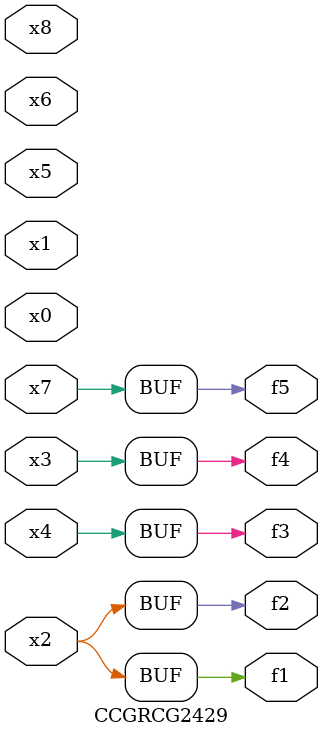
<source format=v>
module CCGRCG2429(
	input x0, x1, x2, x3, x4, x5, x6, x7, x8,
	output f1, f2, f3, f4, f5
);
	assign f1 = x2;
	assign f2 = x2;
	assign f3 = x4;
	assign f4 = x3;
	assign f5 = x7;
endmodule

</source>
